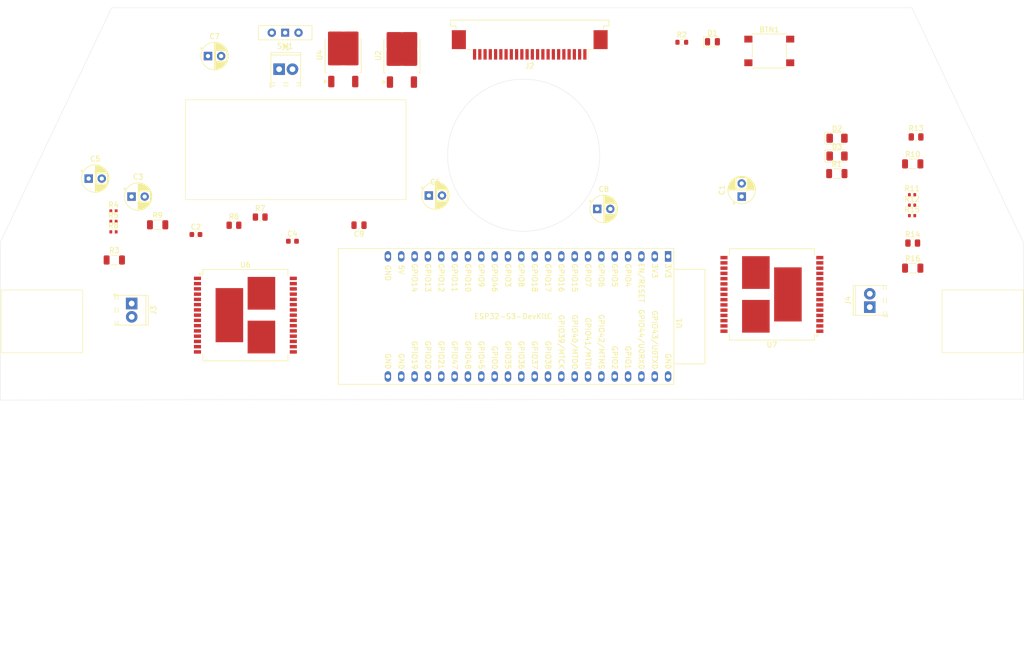
<source format=kicad_pcb>
(kicad_pcb (version 20240108) (generator "pcbnew") (generator_version "8.0")
  (layers (0 "F.Cu" signal) (31 "B.Cu" signal) (34 "B.Paste" user) (35 "F.Paste" user) (36 "B.SilkS" user "B.Silkscreen") (37 "F.SilkS" user "F.Silkscreen") (38 "B.Mask" user) (39 "F.Mask" user) (44 "Edge.Cuts" user))
  (net 0 "")
  (net 1 "+5V")
  (net 2 "/CAL_BTN")
  (net 3 "+6V")
  (net 4 "GND")
  (net 5 "Net-(SW1-B)")
  (net 6 "Net-(D2-A)")
  (net 7 "Net-(D3-A)")
  (net 8 "Net-(D1-K)")
  (net 9 "/CAL_LED")
  (net 10 "Net-(J1-Pin_2)")
  (net 11 "/L_OUTA")
  (net 12 "/R_OUTA")
  (net 13 "/R_OUTB")
  (net 14 "/L_SPEED")
  (net 15 "Net-(U6-INA)")
  (net 16 "/L_INA")
  (net 17 "Net-(U6-INB)")
  (net 18 "/L_INB")
  (net 19 "Net-(U6-EN{slash}DIAGA)")
  (net 20 "Net-(U6-EN{slash}DIAGB)")
  (net 21 "Net-(U6-PWM)")
  (net 22 "Net-(U6-CS)")
  (net 23 "/R_SPEED")
  (net 24 "/R_INA")
  (net 25 "Net-(U7-INA)")
  (net 26 "Net-(U7-INB)")
  (net 27 "/R_INB")
  (net 28 "Net-(U7-EN{slash}DIAGA)")
  (net 29 "Net-(U7-EN{slash}DIAGB)")
  (net 30 "Net-(U7-PWM)")
  (net 31 "Net-(U7-CS)")
  (net 32 "/QTR4")
  (net 33 "/EVEN")
  (net 35 "/QTR12")
  (net 36 "/QTR13")
  (net 38 "/ODD")
  (net 44 "/QTR6")
  (net 47 "/QTR3")
  (net 49 "/QTR2")
  (net 55 "/QTR5")
  (net 57 "/QTR9")
  (net 58 "/QTR8")
  (net 59 "/QTR7")
  (net 60 "/QTR1")
  (net 61 "/QTR10")
  (net 62 "/QTR11")
  (net 63 "/L_OUTB")
  (footprint "Capacitor_THT:CP_Radial_D5.0mm_P2.50mm" (layer "F.Cu") (at 196.85 86.6 90)
    (property "Reference" "C1" (at 1.25 -3.75 90) (layer "F.SilkS"))
    (property "Value" "47uF")
    (pad "1" thru_hole rect (at 0 0 90) (size 1.6 1.6) (drill 0.8) (layers "*.Cu" "*.Mask") (net 3 "+6V"))
    (pad "2" thru_hole circle (at 2.5 0 90) (size 1.6 1.6) (drill 0.8) (layers "*.Cu" "*.Mask") (net 4 "GND"))
  )
  (footprint "Resistor_SMD:R_0402_1005Metric" (layer "F.Cu") (at 229.29 88.235)
    (property "Reference" "R12" (at 0 -1.17 0) (layer "F.SilkS"))
    (property "Value" "1K")
    (pad "1" smd roundrect (at -0.51 0) (size 0.54 0.64) (layers "F.Cu" "F.Paste" "F.Mask") (net 27 "/R_INB"))
    (pad "2" smd roundrect (at 0.51 0) (size 0.54 0.64) (layers "F.Cu" "F.Paste" "F.Mask") (net 26 "Net-(U7-INB)"))
  )
  (footprint "Diode_SMD:D_1206_3216Metric" (layer "F.Cu") (at 215.0025 75.495)
    (property "Reference" "D2" (at 0 -1.82 0) (layer "F.SilkS"))
    (property "Value" "D")
    (pad "1" smd roundrect (at -1.4 0) (size 1.25 1.75) (layers "F.Cu" "F.Paste" "F.Mask") (roundrect_rratio 0.2) (net 1 "+5V"))
    (pad "2" smd roundrect (at 1.4 0) (size 1.25 1.75) (layers "F.Cu" "F.Paste" "F.Mask") (roundrect_rratio 0.2) (net 6 "Net-(D2-A)"))
  )
  (footprint "Capacitor_THT:CP_Radial_D5.0mm_P2.50mm" (layer "F.Cu") (at 137.294888 86.4)
    (property "Reference" "C6" (at 1.25 -2.58 0) (layer "F.SilkS"))
    (property "Value" "22uF")
    (pad "1" thru_hole rect (at 0 0) (size 1.6 1.6) (drill 0.8) (layers "*.Cu" "*.Mask") (net 6 "Net-(D2-A)"))
    (pad "2" thru_hole circle (at 2.5 0) (size 1.6 1.6) (drill 0.8) (layers "*.Cu" "*.Mask") (net 4 "GND"))
  )
  (footprint "Capacitor_THT:CP_Radial_D5.0mm_P2.50mm" (layer "F.Cu") (at 80.694888 86.6)
    (property "Reference" "C3" (at 1.25 -3.75 0) (layer "F.SilkS"))
    (property "Value" "47uF")
    (pad "1" thru_hole rect (at 0 0) (size 1.6 1.6) (drill 0.8) (layers "*.Cu" "*.Mask") (net 3 "+6V"))
    (pad "2" thru_hole circle (at 2.5 0) (size 1.6 1.6) (drill 0.8) (layers "*.Cu" "*.Mask") (net 4 "GND"))
  )
  (footprint "Resistor_SMD:R_0402_1005Metric" (layer "F.Cu") (at 77.26 93.32)
    (property "Reference" "R8" (at 0 -1.17 0) (layer "F.SilkS"))
    (property "Value" "1K")
    (pad "1" smd roundrect (at -0.51 0) (size 0.54 0.64) (layers "F.Cu" "F.Paste" "F.Mask") (net 14 "/L_SPEED"))
    (pad "2" smd roundrect (at 0.51 0) (size 0.54 0.64) (layers "F.Cu" "F.Paste" "F.Mask") (net 21 "Net-(U6-PWM)"))
  )
  (footprint "Resistor_SMD:R_0402_1005Metric" (layer "F.Cu") (at 77.26 91.33)
    (property "Reference" "R5" (at 0 -1.17 0) (layer "F.SilkS"))
    (property "Value" "1K")
    (pad "1" smd roundrect (at -0.51 0) (size 0.54 0.64) (layers "F.Cu" "F.Paste" "F.Mask") (net 18 "/L_INB"))
    (pad "2" smd roundrect (at 0.51 0) (size 0.54 0.64) (layers "F.Cu" "F.Paste" "F.Mask") (net 17 "Net-(U6-INB)"))
  )
  (footprint "Resistor_SMD:R_0603_1608Metric" (layer "F.Cu") (at 185.45 57.225)
    (property "Reference" "R2" (at 0 -1.43 0) (layer "F.SilkS"))
    (property "Value" "220")
    (pad "1" smd roundrect (at -0.825 0) (size 0.8 0.95) (layers "F.Cu" "F.Paste" "F.Mask") (net 8 "Net-(D1-K)"))
    (pad "2" smd roundrect (at 0.825 0) (size 0.8 0.95) (layers "F.Cu" "F.Paste" "F.Mask") (net 4 "GND"))
  )
  (footprint "TerminalBlock_Phoenix:TerminalBlock_Phoenix_MPT-0,5-2-2.54_1x02_P2.54mm_Horizontal" (layer "F.Cu") (at 108.79 62.35)
    (property "Reference" "J1" (at 1.27 -4.16 360) (layer "F.SilkS"))
    (property "Value" "7.4 V BAT")
    (pad "" np_thru_hole circle (at 0 2.54) (size 1.1 1.1) (drill 1.1) (layers "*.Cu" "*.Mask"))
    (pad "" np_thru_hole circle (at 2.54 2.54) (size 1.1 1.1) (drill 1.1) (layers "*.Cu" "*.Mask"))
    (pad "1" thru_hole rect (at 0 0) (size 2.2 2.2) (drill 1.1) (layers "*.Cu" "*.Mask") (net 4 "GND"))
    (pad "2" thru_hole circle (at 2.54 0) (size 2.2 2.2) (drill 1.1) (layers "*.Cu" "*.Mask") (net 10 "Net-(J1-Pin_2)"))
  )
  (footprint "Resistor_SMD:R_0402_1005Metric" (layer "F.Cu") (at 229.29 90.225)
    (property "Reference" "R15" (at 0 -1.17 0) (layer "F.SilkS"))
    (property "Value" "1K")
    (pad "1" smd roundrect (at -0.51 0) (size 0.54 0.64) (layers "F.Cu" "F.Paste" "F.Mask") (net 23 "/R_SPEED"))
    (pad "2" smd roundrect (at 0.51 0) (size 0.54 0.64) (layers "F.Cu" "F.Paste" "F.Mask") (net 30 "Net-(U7-PWM)"))
  )
  (footprint "Resistor_SMD:R_1206_3216Metric" (layer "F.Cu") (at 229.4125 80.375)
    (property "Reference" "R10" (at 0 -1.82 0) (layer "F.SilkS"))
    (property "Value" "10K")
    (pad "1" smd roundrect (at -1.4625 0) (size 1.125 1.75) (layers "F.Cu" "F.Paste" "F.Mask") (roundrect_rratio 0.222222) (net 23 "/R_SPEED"))
    (pad "2" smd roundrect (at 1.4625 0) (size 1.125 1.75) (layers "F.Cu" "F.Paste" "F.Mask") (roundrect_rratio 0.222222) (net 4 "GND"))
  )
  (footprint "Resistor_SMD:R_1206_3216Metric" (layer "F.Cu") (at 229.4125 100.225)
    (property "Reference" "R16" (at 0 -1.82 0) (layer "F.SilkS"))
    (property "Value" "10K")
    (pad "1" smd roundrect (at -1.4625 0) (size 1.125 1.75) (layers "F.Cu" "F.Paste" "F.Mask") (roundrect_rratio 0.222222) (net 31 "Net-(U7-CS)"))
    (pad "2" smd roundrect (at 1.4625 0) (size 1.125 1.75) (layers "F.Cu" "F.Paste" "F.Mask") (roundrect_rratio 0.222222) (net 4 "GND"))
  )
  (footprint "Capacitor_SMD:C_0603_1608Metric" (layer "F.Cu") (at 111.325 95.1)
    (property "Reference" "C4" (at 0 -1.43 0) (layer "F.SilkS"))
    (property "Value" "0.1uF")
    (pad "1" smd roundrect (at -0.775 0) (size 0.9 0.95) (layers "F.Cu" "F.Paste" "F.Mask") (net 3 "+6V"))
    (pad "2" smd roundrect (at 0.775 0) (size 0.9 0.95) (layers "F.Cu" "F.Paste" "F.Mask") (net 4 "GND"))
  )
  (footprint "Package_TO_SOT_SMD:TO-252-2" (layer "F.Cu") (at 132.17 59.76 90)
    (property "Reference" "U2" (at 0 -4.5 90) (layer "F.SilkS"))
    (property "Value" "L7805")
    (pad "1" smd roundrect (at -5.04 -2.28 90) (size 2.2 1.2) (layers "F.Cu" "F.Paste" "F.Mask") (roundrect_rratio 0.208333) (net 5 "Net-(SW1-B)"))
    (pad "2" smd roundrect (at -0.415 -1.525 90) (size 3.05 2.75) (layers "F.Cu" "F.Paste") (roundrect_rratio 0.090909) (net 4 "GND"))
    (pad "2" smd roundrect (at -0.415 1.525 90) (size 3.05 2.75) (layers "F.Cu" "F.Paste") (roundrect_rratio 0.090909) (net 4 "GND"))
    (pad "2" smd roundrect (at 1.26 0 90) (size 6.4 5.8) (layers "F.Cu" "F.Mask") (roundrect_rratio 0.043103) (net 4 "GND"))
    (pad "2" smd roundrect (at 2.935 -1.525 90) (size 3.05 2.75) (layers "F.Cu" "F.Paste") (roundrect_rratio 0.090909) (net 4 "GND"))
    (pad "2" smd roundrect (at 2.935 1.525 90) (size 3.05 2.75) (layers "F.Cu" "F.Paste") (roundrect_rratio 0.090909) (net 4 "GND"))
    (pad "3" smd roundrect (at -5.04 2.28 90) (size 2.2 1.2) (layers "F.Cu" "F.Paste" "F.Mask") (roundrect_rratio 0.208333) (net 6 "Net-(D2-A)"))
  )
  (footprint "Capacitor_SMD:C_0805_2012Metric" (layer "F.Cu") (at 124 92.045 180)
    (property "Reference" "C9" (at 0 -1.68 360) (layer "F.SilkS"))
    (property "Value" "C")
    (pad "1" smd roundrect (at -0.95 0 180) (size 1 1.45) (layers "F.Cu" "F.Paste" "F.Mask") (net 1 "+5V"))
    (pad "2" smd roundrect (at 0.95 0 180) (size 1 1.45) (layers "F.Cu" "F.Paste" "F.Mask") (net 4 "GND"))
  )
  (footprint "Resistor_SMD:R_0402_1005Metric" (layer "F.Cu") (at 77.26 89.34)
    (property "Reference" "R4" (at 0 -1.17 0) (layer "F.SilkS"))
    (property "Value" "1K")
    (pad "1" smd roundrect (at -0.51 0) (size 0.54 0.64) (layers "F.Cu" "F.Paste" "F.Mask") (net 16 "/L_INA"))
    (pad "2" smd roundrect (at 0.51 0) (size 0.54 0.64) (layers "F.Cu" "F.Paste" "F.Mask") (net 15 "Net-(U6-INA)"))
  )
  (footprint "Resistor_SMD:R_0805_2012Metric" (layer "F.Cu") (at 229.4125 95.45)
    (property "Reference" "R14" (at 0 -1.65 0) (layer "F.SilkS"))
    (property "Value" "4.7K")
    (pad "1" smd roundrect (at -0.9125 0) (size 1.025 1.4) (layers "F.Cu" "F.Paste" "F.Mask") (roundrect_rratio 0.243902) (net 29 "Net-(U7-EN{slash}DIAGB)"))
    (pad "2" smd roundrect (at 0.9125 0) (size 1.025 1.4) (layers "F.Cu" "F.Paste" "F.Mask") (roundrect_rratio 0.243902) (net 1 "+5V"))
  )
  (footprint "TerminalBlock_Phoenix:TerminalBlock_Phoenix_MPT-0,5-2-2.54_1x02_P2.54mm_Horizontal" (layer "F.Cu") (at 80.725 106.96 -90)
    (property "Reference" "J3" (at 1.27 -4.16 90) (layer "F.SilkS"))
    (property "Value" "MotorA")
    (pad "" np_thru_hole circle (at 0 2.54 270) (size 1.1 1.1) (drill 1.1) (layers "*.Cu" "*.Mask"))
    (pad "" np_thru_hole circle (at 2.54 2.54 270) (size 1.1 1.1) (drill 1.1) (layers "*.Cu" "*.Mask"))
    (pad "1" thru_hole rect (at 0 0 270) (size 2.2 2.2) (drill 1.1) (layers "*.Cu" "*.Mask") (net 11 "/L_OUTA"))
    (pad "2" thru_hole circle (at 2.54 0 270) (size 2.2 2.2) (drill 1.1) (layers "*.Cu" "*.Mask") (net 11 "/L_OUTA"))
  )
  (footprint "Resistor_SMD:R_0805_2012Metric" (layer "F.Cu") (at 105.1875 90.5)
    (property "Reference" "R7" (at 0 -1.65 0) (layer "F.SilkS"))
    (property "Value" "4.7K")
    (pad "1" smd roundrect (at -0.9125 0) (size 1.025 1.4) (layers "F.Cu" "F.Paste" "F.Mask") (roundrect_rratio 0.243902) (net 20 "Net-(U6-EN{slash}DIAGB)"))
    (pad "2" smd roundrect (at 0.9125 0) (size 1.025 1.4) (layers "F.Cu" "F.Paste" "F.Mask") (roundrect_rratio 0.243902) (net 1 "+5V"))
  )
  (footprint "Resistor_SMD:R_1206_3216Metric" (layer "F.Cu") (at 214.9625 82.225)
    (property "Reference" "R1" (at 0 -1.82 0) (layer "F.SilkS"))
    (property "Value" "10K")
    (pad "1" smd roundrect (at -1.4625 0) (size 1.125 1.75) (layers "F.Cu" "F.Paste" "F.Mask") (roundrect_rratio 0.222222) (net 4 "GND"))
    (pad "2" smd roundrect (at 1.4625 0) (size 1.125 1.75) (layers "F.Cu" "F.Paste" "F.Mask") (roundrect_rratio 0.222222) (net 2 "/CAL_BTN"))
  )
  (footprint "Resistor_SMD:R_0402_1005Metric" (layer "F.Cu") (at 229.29 86.245)
    (property "Reference" "R11" (at 0 -1.17 0) (layer "F.SilkS"))
    (property "Value" "1K")
    (pad "1" smd roundrect (at -0.51 0) (size 0.54 0.64) (layers "F.Cu" "F.Paste" "F.Mask") (net 24 "/R_INA"))
    (pad "2" smd roundrect (at 0.51 0) (size 0.54 0.64) (layers "F.Cu" "F.Paste" "F.Mask") (net 25 "Net-(U7-INA)"))
  )
  (footprint "Package_SO:ST_MultiPowerSO-30" (layer "F.Cu") (at 202.6 105.225 180)
    (property "Reference" "U7" (at 0 -9.6 360) (layer "F.SilkS"))
    (property "Value" "VNH5019A-E")
    (pad "1" smd rect (at -9.125 -7 90) (size 0.66 1.35) (layers "F.Cu" "F.Paste" "F.Mask") (net 12 "/R_OUTA"))
    (pad "2" smd rect (at -9.125 -6 90) (size 0.66 1.35) (layers "F.Cu" "F.Paste" "F.Mask"))
    (pad "3" smd rect (at -9.125 -5 90) (size 0.66 1.35) (layers "F.Cu" "F.Paste" "F.Mask") (net 3 "+6V"))
    (pad "4" smd rect (at -9.125 -4 90) (size 0.66 1.35) (layers "F.Cu" "F.Paste" "F.Mask") (net 25 "Net-(U7-INA)"))
    (pad "5" smd rect (at -9.125 -3 90) (size 0.66 1.35) (layers "F.Cu" "F.Paste" "F.Mask") (net 28 "Net-(U7-EN{slash}DIAGA)"))
    (pad "6" smd rect (at -9.125 -2 90) (size 0.66 1.35) (layers "F.Cu" "F.Paste" "F.Mask"))
    (pad "7" smd rect (at -9.125 -1 90) (size 0.66 1.35) (layers "F.Cu" "F.Paste" "F.Mask") (net 30 "Net-(U7-PWM)"))
    (pad "8" smd rect (at -9.125 0 90) (size 0.66 1.35) (layers "F.Cu" "F.Paste" "F.Mask") (net 31 "Net-(U7-CS)"))
    (pad "9" smd rect (at -9.125 1 90) (size 0.66 1.35) (layers "F.Cu" "F.Paste" "F.Mask") (net 29 "Net-(U7-EN{slash}DIAGB)"))
    (pad "10" smd rect (at -9.125 2 90) (size 0.66 1.35) (layers "F.Cu" "F.Paste" "F.Mask") (net 26 "Net-(U7-INB)"))
    (pad "11" smd rect (at -9.125 3 90) (size 0.66 1.35) (layers "F.Cu" "F.Paste" "F.Mask"))
    (pad "12" smd rect (at -9.125 4 90) (size 0.66 1.35) (layers "F.Cu" "F.Paste" "F.Mask") (net 3 "+6V"))
    (pad "13" smd rect (at -9.125 5 90) (size 0.66 1.35) (layers "F.Cu" "F.Paste" "F.Mask") (net 3 "+6V"))
    (pad "14" smd rect (at -9.125 6 90) (size 0.66 1.35) (layers "F.Cu" "F.Paste" "F.Mask"))
    (pad "15" smd rect (at -9.125 7 90) (size 0.66 1.35) (layers "F.Cu" "F.Paste" "F.Mask") (net 13 "/R_OUTB"))
    (pad "16" smd rect (at 9.125 7 90) (size 0.66 1.35) (layers "F.Cu" "F.Paste" "F.Mask") (net 13 "/R_OUTB"))
    (pad "17" smd rect (at 9.125 6 90) (size 0.66 1.35) (layers "F.Cu" "F.Paste" "F.Mask"))
    (pad "18" smd rect (at 9.125 5 90) (size 0.66 1.35) (layers "F.Cu" "F.Paste" "F.Mask") (net 4 "GND"))
    (pad "19" smd rect (at 9.125 4 90) (size 0.66 1.35) (layers "F.Cu" "F.Paste" "F.Mask") (net 4 "GND"))
    (pad "20" smd rect (at 9.125 3 90) (size 0.66 1.35) (layers "F.Cu" "F.Paste" "F.Mask") (net 4 "GND"))
    (pad "21" smd rect (at 9.125 2 90) (size 0.66 1.35) (layers "F.Cu" "F.Paste" "F.Mask") (net 13 "/R_OUTB"))
    (pad "22" smd rect (at 9.125 1 90) (size 0.66 1.35) (layers "F.Cu" "F.Paste" "F.Mask"))
    (pad "23" smd rect (at 9.125 0 90) (size 0.66 1.35) (layers "F.Cu" "F.Paste" "F.Mask") (net 3 "+6V"))
    (pad "24" smd rect (at 9.125 -1 90) (size 0.66 1.35) (layers "F.Cu" "F.Paste" "F.Mask"))
    (pad "25" smd rect (at 9.125 -2 90) (size 0.66 1.35) (layers "F.Cu" "F.Paste" "F.Mask") (net 12 "/R_OUTA"))
    (pad "26" smd rect (at 9.125 -3 90) (size 0.66 1.35) (layers "F.Cu" "F.Paste" "F.Mask") (net 4 "GND"))
    (pad "27" smd rect (at 9.125 -4 90) (size 0.66 1.35) (layers "F.Cu" "F.Paste" "F.Mask") (net 4 "GND"))
    (pad "28" smd rect (at 9.125 -5 90) (size 0.66 1.35) (layers "F.Cu" "F.Paste" "F.Mask") (net 4 "GND"))
    (pad "29" smd rect (at 9.125 -6 90) (size 0.66 1.35) (layers "F.Cu" "F.Paste" "F.Mask"))
    (pad "30" smd rect (at 9.125 -7 90) (size 0.66 1.35) (layers "F.Cu" "F.Paste" "F.Mask") (net 12 "/R_OUTA"))
    (pad "31" smd rect (at -3.05 0 180) (size 5.25 10.3) (layers "F.Cu" "F.Paste" "F.Mask") (net 3 "+6V"))
    (pad "32" smd rect (at 3.05 4.165 180) (size 5.25 6.23) (layers "F.Cu" "F.Paste" "F.Mask") (net 13 "/R_OUTB"))
    (pad "33" smd rect (at 3.05 -4.165 180) (size 5.25 6.23) (layers "F.Cu" "F.Paste" "F.Mask") (net 12 "/R_OUTA"))
  )
  (footprint "TerminalBlock_Phoenix:TerminalBlock_Phoenix_MPT-0,5-2-2.54_1x02_P2.54mm_Horizontal" (layer "F.Cu") (at 221.235 107.65 90)
    (property "Reference" "J4" (at 1.27 -4.16 90) (layer "F.SilkS"))
    (property "Value" "Motor B")
    (pad "" np_thru_hole circle (at 0 2.54 90) (size 1.1 1.1) (drill 1.1) (layers "*.Cu" "*.Mask"))
    (pad "" np_thru_hole circle (at 2.54 2.54 90) (size 1.1 1.1) (drill 1.1) (layers "*.Cu" "*.Mask"))
    (pad "1" thru_hole rect (at 0 0 90) (size 2.2 2.2) (drill 1.1) (layers "*.Cu" "*.Mask") (net 12 "/R_OUTA"))
    (pad "2" thru_hole circle (at 2.54 0 90) (size 2.2 2.2) (drill 1.1) (layers "*.Cu" "*.Mask") (net 13 "/R_OUTB"))
  )
  (footprint "Button_Switch_SMD:SW_SPST_PTS645" (layer "F.Cu") (at 202.105 58.875)
    (property "Reference" "BTN1" (at 0 -4.05 0) (layer "F.SilkS"))
    (property "Value" "C_BTN")
    (pad "1" smd rect (at -3.98 -2.25) (size 1.55 1.3) (layers "F.Cu" "F.Paste" "F.Mask") (net 1 "+5V"))
    (pad "1" smd rect (at 3.98 -2.25) (size 1.55 1.3) (layers "F.Cu" "F.Paste" "F.Mask") (net 1 "+5V"))
    (pad "2" smd rect (at -3.98 2.25) (size 1.55 1.3) (layers "F.Cu" "F.Paste" "F.Mask") (net 2 "/CAL_BTN"))
    (pad "2" smd rect (at 3.98 2.25) (size 1.55 1.3) (layers "F.Cu" "F.Paste" "F.Mask") (net 2 "/CAL_BTN"))
  )
  (footprint "Package_TO_SOT_SMD:TO-252-2" (layer "F.Cu") (at 120.9975 59.66 90)
    (property "Reference" "U4" (at 0 -4.5 90) (layer "F.SilkS"))
    (property "Value" "L7806")
    (pad "1" smd roundrect (at -5.04 -2.28 90) (size 2.2 1.2) (layers "F.Cu" "F.Paste" "F.Mask") (roundrect_rratio 0.208333) (net 5 "Net-(SW1-B)"))
    (pad "2" smd roundrect (at -0.415 -1.525 90) (size 3.05 2.75) (layers "F.Cu" "F.Paste") (roundrect_rratio 0.090909) (net 4 "GND"))
    (pad "2" smd roundrect (at -0.415 1.525 90) (size 3.05 2.75) (layers "F.Cu" "F.Paste") (roundrect_rratio 0.090909) (net 4 "GND"))
    (pad "2" smd roundrect (at 1.26 0 90) (size 6.4 5.8) (layers "F.Cu" "F.Mask") (roundrect_rratio 0.043103) (net 4 "GND"))
    (pad "2" smd roundrect (at 2.935 -1.525 90) (size 3.05 2.75) (layers "F.Cu" "F.Paste") (roundrect_rratio 0.090909) (net 4 "GND"))
    (pad "2" smd roundrect (at 2.935 1.525 90) (size 3.05 2.75) (layers "F.Cu" "F.Paste") (roundrect_rratio 0.090909) (net 4 "GND"))
    (pad "3" smd roundrect (at -5.04 2.28 90) (size 2.2 1.2) (layers "F.Cu" "F.Paste" "F.Mask") (roundrect_rratio 0.208333) (net 7 "Net-(D3-A)"))
  )
  (footprint "Package_SO:ST_MultiPowerSO-30" (layer "F.Cu") (at 102.37 109.175)
    (property "Reference" "U6" (at 0 -9.6 0) (layer "F.SilkS"))
    (property "Value" "VNH5019A-E")
    (pad "1" smd rect (at -9.125 -7 270) (size 0.66 1.35) (layers "F.Cu" "F.Paste" "F.Mask") (net 11 "/L_OUTA"))
    (pad "2" smd rect (at -9.125 -6 270) (size 0.66 1.35) (layers "F.Cu" "F.Paste" "F.Mask"))
    (pad "3" smd rect (at -9.125 -5 270) (size 0.66 1.35) (layers "F.Cu" "F.Paste" "F.Mask") (net 3 "+6V"))
    (pad "4" smd rect (at -9.125 -4 270) (size 0.66 1.35) (layers "F.Cu" "F.Paste" "F.Mask") (net 15 "Net-(U6-INA)"))
    (pad "5" smd rect (at -9.125 -3 270) (size 0.66 1.35) (layers "F.Cu" "F.Paste" "F.Mask") (net 19 "Net-(U6-EN{slash}DIAGA)"))
    (pad "6" smd rect (at -9.125 -2 270) (size 0.66 1.35) (layers "F.Cu" "F.Paste" "F.Mask"))
    (pad "7" smd rect (at -9.125 -1 270) (size 0.66 1.35) (layers "F.Cu" "F.Paste" "F.Mask") (net 21 "Net-(U6-PWM)"))
    (pad "8" smd rect (at -9.125 0 270) (size 0.66 1.35) (layers "F.Cu" "F.Paste" "F.Mask") (net 22 "Net-(U6-CS)"))
    (pad "9" smd rect (at -9.125 1 270) (size 0.66 1.35) (layers "F.Cu" "F.Paste" "F.Mask") (net 20 "Net-(U6-EN{slash}DIAGB)"))
    (pad "10" smd rect (at -9.125 2 270) (size 0.66 1.35) (layers "F.Cu" "F.Paste" "F.Mask") (net 17 "Net-(U6-INB)"))
    (pad "11" smd rect (at -9.125 3 270) (size 0.66 1.35) (layers "F.Cu" "F.Paste" "F.Mask"))
    (pad "12" smd rect (at -9.125 4 270) (size 0.66 1.35) (layers "F.Cu" "F.Paste" "F.Mask") (net 3 "+6V"))
    (pad "13" smd rect (at -9.125 5 270) (size 0.66 1.35) (layers "F.Cu" "F.Paste" "F.Mask") (net 3 "+6V"))
    (pad "14" smd rect (at -9.125 6 270) (size 0.66 1.35) (layers "F.Cu" "F.Paste" "F.Mask"))
    (pad "15" smd rect (at -9.125 7 270) (size 0.66 1.35) (layers "F.Cu" "F.Paste" "F.Mask") (net 63 "/L_OUTB"))
    (pad "16" smd rect (at 9.125 7 270) (size 0.66 1.35) (layers "F.Cu" "F.Paste" "F.Mask") (net 63 "/L_OUTB"))
    (pad "17" smd rect (at 9.125 6 270) (size 0.66 1.35) (layers "F.Cu" "F.Paste" "F.Mask"))
    (pad "18" smd rect (at 9.125 5 270) (size 0.66 1.35) (layers "F.Cu" "F.Paste" "F.Mask") (net 4 "GND"))
    (pad "19" smd rect (at 9.125 4 270) (size 0.66 1.35) (layers "F.Cu" "F.Paste" "F.Mask") (net 4 "GND"))
    (pad "20" smd rect (at 9.125 3 270) (size 0.66 1.35) (layers "F.Cu" "F.Paste" "F.Mask") (net 4 "GND"))
    (pad "21" smd rect (at 9.125 2 270) (size 0.66 1.35) (layers "F.Cu" "F.Paste" "F.Mask") (net 63 "/L_OUTB"))
    (pad "22" smd rect (at 9.125 1 270) (size 0.66 1.35) (layers "F.Cu" "F.Paste" "F.Mask"))
    (pad "23" smd rect (at 9.125 0 270) (size 0.66 1.35) (layers "F.Cu" "F.Paste" "F.Mask") (net 3 "+6V"))
    (pad "24" smd rect (at 9.125 -1 270) (size 0.66 1.35) (layers "F.Cu" "F.Paste" "F.Mask"))
    (pad "25" smd rect (at 9.125 -2 270) (size 0.66 1.35) (layers "F.Cu" "F.Paste" "F.Mask") (net 11 "/L_OUTA"))
    (pad "26" smd rect (at 9.125 -3 270) (size 0.66 1.35) (layers "F.Cu" "F.Paste" "F.Mask") (net 4 "GND"))
    (pad "27" smd rect (at 9.125 -4 270) (size 0.66 1.35) (layers "F.Cu" "F.Paste" "F.Mask") (net 4 "GND"))
    (pad "28" smd rect (at 9.125 -5 270) (size 0.66 1.35) (layers "F.Cu" "F.Paste" "F.Mask") (net 4 "GND"))
    (pad "29" smd rect (at 9.125 -6 270) (size 0.66 1.35) (layers "F.Cu" "F.Paste" "F.Mask"))
    (pad "30" smd rect (at 9.125 -7 270) (size 0.66 1.35) (layers "F.Cu" "F.Paste" "F.Mask") (net 11 "/L_OUTA"))
    (pad "31" smd rect (at -3.05 0) (size 5.25 10.3) (layers "F.Cu" "F.Paste" "F.Mask") (net 3 "+6V"))
    (pad "32" smd rect (at 3.05 4.165) (size 5.25 6.23) (layers "F.Cu" "F.Paste" "F.Mask") (net 63 "/L_OUTB"))
    (pad "33" smd rect (at 3.05 -4.165) (size 5.25 6.23) (layers "F.Cu" "F.Paste" "F.Mask") (net 11 "/L_OUTA"))
  )
  (footprint "LED_SMD:LED_0805_2012Metric" (layer "F.Cu") (at 191.2875 57.125)
    (property "Reference" "D1" (at 0 -1.65 0) (layer "F.SilkS"))
    (property "Value" "C_LED")
    (pad "1" smd roundrect (at -0.9375 0) (size 0.975 1.4) (layers "F.Cu" "F.Paste" "F.Mask") (net 8 "Net-(D1-K)"))
    (pad "2" smd roundrect (at 0.9375 0) (size 0.975 1.4) (layers "F.Cu" "F.Paste" "F.Mask") (net 9 "/CAL_LED"))
  )
  (footprint "Capacitor_THT:CP_Radial_D5.0mm_P2.50mm" (layer "F.Cu") (at 169.344888 88.95)
    (property "Reference" "C8" (at 1.25 -3.75 0) (layer "F.SilkS"))
    (property "Value" "22uF")
    (pad "1" thru_hole rect (at 0 0) (size 1.6 1.6) (drill 0.8) (layers "*.Cu" "*.Mask") (net 7 "Net-(D3-A)"))
    (pad "2" thru_hole circle (at 2.5 0) (size 1.6 1.6) (drill 0.8) (layers "*.Cu" "*.Mask") (net 4 "GND"))
  )
  (footprint "Diode_SMD:D_1206_3216Metric" (layer "F.Cu") (at 215.0025 78.885)
    (property "Reference" "D3" (at 0 -1.82 0) (layer "F.SilkS"))
    (property "Value" "D")
    (pad "1" smd roundrect (at -1.4 0) (size 1.25 1.75) (layers "F.Cu" "F.Paste" "F.Mask") (roundrect_rratio 0.2) (net 3 "+6V"))
    (pad "2" smd roundrect (at 1.4 0) (size 1.25 1.75) (layers "F.Cu" "F.Paste" "F.Mask") (roundrect_rratio 0.2) (net 7 "Net-(D3-A)"))
  )
  (footprint "Resistor_SMD:R_1206_3216Metric" (layer "F.Cu") (at 85.6625 91.97)
    (property "Reference" "R9" (at 0 -1.82 0) (layer "F.SilkS"))
    (property "Value" "10K")
    (pad "1" smd roundrect (at -1.4625 0) (size 1.125 1.75) (layers "F.Cu" "F.Paste" "F.Mask") (roundrect_rratio 0.222222) (net 22 "Net-(U6-CS)"))
    (pad "2" smd roundrect (at 1.4625 0) (size 1.125 1.75) (layers "F.Cu" "F.Paste" "F.Mask") (roundrect_rratio 0.222222) (net 4 "GND"))
  )
  (footprint "Connector_FFC-FPC:TE_2-84952-2_1x22-1MP_P1.0mm_Horizontal" (layer "F.Cu") (at 156.5 57.725 180)
    (property "Reference" "J2" (at 0 -4 360) (layer "F.SilkS"))
    (property "Value" "Conn_02x11_Counter_Clockwise")
    (pad "1" smd rect (at -10.5 -1.8 180) (size 0.61 2) (layers "F.Cu" "F.Paste" "F.Mask") (net 4 "GND"))
    (pad "2" smd rect (at -9.5 -1.8 180) (size 0.61 2) (layers "F.Cu" "F.Paste" "F.Mask") (net 1 "+5V"))
    (pad "3" smd rect (at -8.5 -1.8 180) (size 0.61 2) (layers "F.Cu" "F.Paste" "F.Mask") (net 35 "/QTR12"))
    (pad "4" smd rect (at -7.5 -1.8 180) (size 0.61 2) (layers "F.Cu" "F.Paste" "F.Mask") (net 61 "/QTR10"))
    (pad "5" smd rect (at -6.5 -1.8 180) (size 0.61 2) (layers "F.Cu" "F.Paste" "F.Mask") (net 58 "/QTR8"))
    (pad "6" smd rect (at -5.5 -1.8 180) (size 0.61 2) (layers "F.Cu" "F.Paste" "F.Mask") (net 44 "/QTR6"))
    (pad "7" smd rect (at -4.5 -1.8 180) (size 0.61 2) (layers "F.Cu" "F.Paste" "F.Mask") (net 32 "/QTR4"))
    (pad "8" smd rect (at -3.5 -1.8 180) (size 0.61 2) (layers "F.Cu" "F.Paste" "F.Mask") (net 49 "/QTR2"))
    (pad "9" smd rect (at -2.5 -1.8 180) (size 0.61 2) (layers "F.Cu" "F.Paste" "F.Mask") (net 33 "/EVEN"))
    (pad "10" smd rect (at -1.5 -1.8 180) (size 0.61 2) (layers "F.Cu" "F.Paste" "F.Mask") (net 1 "+5V"))
    (pad "11" smd rect (at -0.5 -1.8 180) (size 0.61 2) (layers "F.Cu" "F.Paste" "F.Mask") (net 4 "GND"))
    (pad "12" smd rect (at 0.5 -1.8 180) (size 0.61 2) (layers "F.Cu" "F.Paste" "F.Mask") (net 4 "GND"))
    (pad "13" smd rect (at 1.5 -1.8 180) (size 0.61 2) (layers "F.Cu" "F.Paste" "F.Mask") (net 1 "+5V"))
    (pad "14" smd rect (at 2.5 -1.8 180) (size 0.61 2) (layers "F.Cu" "F.Paste" "F.Mask") (net 38 "/ODD"))
    (pad "15" smd rect (at 3.5 -1.8 180) (size 0.61 2) (layers "F.Cu" "F.Paste" "F.Mask") (net 60 "/QTR1"))
    (pad "16" smd rect (at 4.5 -1.8 180) (size 0.61 2) (layers "F.Cu" "F.Paste" "F.Mask") (net 47 "/QTR3"))
    (pad "17" smd rect (at 5.5 -1.8 180) (size 0.61 2) (layers "F.Cu" "F.Paste" "F.Mask") (net 55 "/QTR5"))
    (pad "18" smd rect (at 6.5 -1.8 180) (size 0.61 2) (layers "F.Cu" "F.Paste" "F.Mask") (net 59 "/QTR7"))
    (pad "19" smd rect (at 7.5 -1.8 180) (size 0.61 2) (layers "F.Cu" "F.Paste" "F.Mask") (net 57 "/QTR9"))
    (pad "20" smd rect (at 8.5 -1.8 180) (size 0.61 2) (layers "F.Cu" "F.Paste" "F.Mask") (net 62 "/QTR11"))
    (pad "21" smd rect (at 9.5 -1.8 180) (size 0.61 2) (layers "F.Cu" "F.Paste" "F.Mask") (net 36 "/QTR13"))
    (pad "22" smd rect (at 10.5 -1.8 180) (size 0.61 2) (layers "F.Cu" "F.Paste" "F.Mask") (net 4 "GND"))
    (pad "MP" smd rect (at -13.49 1 180) (size 2.68 3.6) (layers "F.Cu" "F.Paste" "F.Mask"))
    (pad "MP" smd rect (at 13.49 1 180) (size 2.68 3.6) (layers "F.Cu" "F.Paste" "F.Mask"))
  )
  (footprint "Capacitor_THT:CP_Radial_D5.0mm_P2.50mm" (layer "F.Cu") (at 95.25 59.85)
    (property "Reference" "C7" (at 1.25 -3.75 0) (layer "F.SilkS"))
    (property "Value" "22uF")
    (pad "1" thru_hole rect (at 0 0) (size 1.6 1.6) (drill 0.8) (layers "*.Cu" "*.Mask") (net 5 "Net-(SW1-B)"))
    (pad "2" thru_hole circle (at 2.5 0) (size 1.6 1.6) (drill 0.8) (layers "*.Cu" "*.Mask") (net 4 "GND"))
  )
  (footprint "Resistor_SMD:R_0805_2012Metric" (layer "F.Cu") (at 100.192612 92.055)
    (property "Reference" "R6" (at 0 -1.65 0) (layer "F.SilkS"))
    (property "Value" "4.7K")
    (pad "1" smd roundrect (at -0.9125 0) (size 1.025 1.4) (layers "F.Cu" "F.Paste" "F.Mask") (roundrect_rratio 0.243902) (net 19 "Net-(U6-EN{slash}DIAGA)"))
    (pad "2" smd roundrect (at 0.9125 0) (size 1.025 1.4) (layers "F.Cu" "F.Paste" "F.Mask") (roundrect_rratio 0.243902) (net 1 "+5V"))
  )
  (footprint "Capacitor_THT:CP_Radial_D5.0mm_P2.50mm" (layer "F.Cu") (at 72.530112 83.175)
    (property "Reference" "C5" (at 1.25 -3.75 0) (layer "F.SilkS"))
    (property "Value" "22uF")
    (pad "1" thru_hole rect (at 0 0) (size 1.6 1.6) (drill 0.8) (layers "*.Cu" "*.Mask") (net 5 "Net-(SW1-B)"))
    (pad "2" thru_hole circle (at 2.5 0) (size 1.6 1.6) (drill 0.8) (layers "*.Cu" "*.Mask") (net 4 "GND"))
  )
  (footprint "Capacitor_SMD:C_0603_1608Metric" (layer "F.Cu") (at 92.95 93.82)
    (property "Reference" "C2" (at 0 -1.43 0) (layer "F.SilkS"))
    (property "Value" "0.1uF")
    (pad "1" smd roundrect (at -0.775 0) (size 0.9 0.95) (layers "F.Cu" "F.Paste" "F.Mask") (net 3 "+6V"))
    (pad "2" smd roundrect (at 0.775 0) (size 0.9 0.95) (layers "F.Cu" "F.Paste" "F.Mask") (net 4 "GND"))
  )
  (footprint "Button_Switch_THT:SW_Slide-03_Wuerth-WS-SLTV_10x2.5x6.4_P2.54mm" (layer "F.Cu") (at 109.94 55.4 180)
    (property "Reference" "SW1" (at 0 -2.54 360) (layer "F.SilkS"))
    (property "Value" "SW_Wuerth_450301014042")
    (pad "1" thru_hole rect (at 0 0 180) (size 1.5 1.5) (drill 0.8) (layers "*.Cu" "*.Mask") (net 5 "Net-(SW1-B)"))
    (pad "2" thru_hole circle (at -2.54 0 180) (size 1.6 1.6) (drill 0.8) (layers "*.Cu" "*.Mask") (net 10 "Net-(J1-Pin_2)"))
    (pad "3" thru_hole circle (at 2.54 0 180) (size 1.6 1.6) (drill 0.8) (layers "*.Cu" "*.Mask") (net 4 "GND"))
  )
  (footprint "PCM_Espressif:ESP32-S3-DevKitC" (layer "F.Cu") (at 182.84 97.99 -90)
    (property "Reference" "U1" (at 12.7 -2.1 90) (layer "F.SilkS"))
    (property "Value" "ESP32-S3-DevKitC" (at 11.42632 29.46128 360) (layer "F.SilkS"))
    (fp_text user "GPIO15" (at 1.27 17.78 -90) (layer "F.SilkS") (effects (justify left)))
    (fp_text user "GPIO14" (at 1.27 48.26 -90) (layer "F.SilkS") (effects (justify left)))
    (fp_text user "GPIO1" (at 21.59 7.62 -90) (layer "F.SilkS") (effects (justify right)))
    (fp_text user "3V3" (at 1.27 0 -90) (layer "F.SilkS") (effects (justify left)))
    (fp_text user "GPIO4" (at 1.27 7.62 -90) (layer "F.SilkS") (effects (justify left)))
    (fp_text user "GPIO44/U0RXD" (at 21.59 5.08 -90) (layer "F.SilkS") (effects (justify right)))
    (fp_text user "GPIO38" (at 21.59 22.86 -90) (layer "F.SilkS") (effects (justify right)))
    (fp_text user "GND" (at 21.59 53.34 -90) (layer "F.SilkS") (effects (justify right)))
    (fp_text user "GPIO17" (at 1.27 22.86 -90) (layer "F.SilkS") (effects (justify left)))
    (fp_text user "EN/RESET" (at 8.88632 5.07728 -90) (layer "F.SilkS") (effects (justify right)))
    (fp_text user "GPIO21" (at 21.59 43.18 -90) (layer "F.SilkS") (effects (justify right)))
    (fp_text user "GPIO35" (at 21.59 30.48 -90) (layer "F.SilkS") (effects (justify right)))
    (fp_text user "GPIO3" (at 1.27 30.48 -90) (layer "F.SilkS") (effects (justify left)))
    (fp_text user "GPIO48" (at 21.59 38.1 -90) (layer "F.SilkS") (effects (justify right)))
    (fp_text user "GPIO11" (at 1.27 40.64 -90) (layer "F.SilkS") (effects (justify left)))
    (fp_text user "GPIO39/MTCK" (at 21.59 20.32 -90) (layer "F.SilkS") (effects (justify right)))
    (fp_text user "3V3" (at 1.27 2.54 -90) (layer "F.SilkS") (effects (justify left)))
    (fp_text user "GPIO8" (at 1.27 27.94 -90) (layer "F.SilkS") (effects (justify left)))
    (fp_text user "GND" (at 21.59 0 -90) (layer "F.SilkS") (effects (justify right)))
    (fp_text user "GPIO16" (at 1.27 20.32 -90) (layer "F.SilkS") (effects (justify left)))
    (fp_text user "GPIO19" (at 21.59 48.26 -90) (layer "F.SilkS") (effects (justify right)))
    (fp_text user "GPIO5" (at 1.27 10.16 -90) (layer "F.SilkS") (effects (justify left)))
    (fp_text user "GPIO46" (at 1.27 33.02 -90) (layer "F.SilkS") (effects (justify left)))
    (fp_text user "GPIO37" (at 21.59 25.4 -90) (layer "F.SilkS") (effects (justify right)))
    (fp_text user "GPIO7" (at 1.27 15.24 -90) (layer "F.SilkS") (effects (justify left)))
    (fp_text user "GPIO0" (at 21.59 33.02 -90) (layer "F.SilkS") (effects (justify right)))
    (fp_text user "GPIO20" (at 21.59 45.72 -90) (layer "F.SilkS") (effects (justify right)))
    (fp_text user "GPIO18" (at 1.27 25.4 -90) (layer "F.SilkS") (effects (justify left)))
    (fp_text user "GPIO45" (at 21.59 35.56 -90) (layer "F.SilkS") (effects (justify right)))
    (fp_text user "GPIO10" (at 1.27 38.1 -90) (layer "F.SilkS") (effects (justify left)))
    (fp_text user "GPIO36" (at 21.59 27.94 -90) (layer "F.SilkS") (effects (justify right)))
    (fp_text user "GPIO2" (at 21.59 10.16 -90) (layer "F.SilkS") (effects (justify right)))
    (fp_text user "GPIO40/MTDO" (at 21.59 17.78 -90) (layer "F.SilkS") (effects (justify right)))
    (fp_text user "GPIO42/MTMS" (at 21.59 12.7 -90) (layer "F.SilkS") (effects (justify right)))
    (fp_text user "GPIO12" (at 1.27 43.18 -90) (layer "F.SilkS") (effects (justify left)))
    (fp_text user "GPIO43/U0TXD" (at 21.59 2.54 -90) (layer "F.SilkS") (effects (justify right)))
    (fp_text user "GPIO41/MTDI" (at 21.59 15.24 -90) (layer "F.SilkS") (effects (justify right)))
    (fp_text user "GPIO6" (at 1.27 12.7 -90) (layer "F.SilkS") (effects (justify left)))
    (fp_text user "GND" (at 1.52032 53.33728 -90) (layer "F.SilkS") (effects (justify left)))
    (fp_text user "GPIO9" (at 1.27 35.56 -90) (layer "F.SilkS") (effects (justify left)))
    (fp_text user "GPIO13" (at 1.27 45.72 -90) (layer "F.SilkS") (effects (justify left)))
    (fp_text user "GPIO47" (at 21.59 40.64 -90) (layer "F.SilkS") (effects (justify right)))
    (fp_text user "5V" (at 1.52032 50.79728 -90) (layer "F.SilkS") (effects (justify left)))
    (fp_text user "GND" (at 21.59 50.8 -90) (layer "F.SilkS") (effects (justify right)))
    (pad "1" thru_hole rect (at 0 0 180) (size 1.2 2) (drill 0.8) (layers "*.Cu" "*.Mask"))
    (pad "2" thru_hole oval (at 0 2.54 180) (size 1.2 2) (drill 0.8) (layers "*.Cu" "*.Mask"))
    (pad "3" thru_hole oval (at 0 5.08 180) (size 1.2 2) (drill 0.8) (layers "*.Cu" "*.Mask"))
    (pad "4" thru_hole oval (at 0 7.62 180) (size 1.2 2) (drill 0.8) (layers "*.Cu" "*.Mask") (net 27 "/R_INB"))
    (pad "5" thru_hole oval (at 0 10.16 180) (size 1.2 2) (drill 0.8) (layers "*.Cu" "*.Mask") (net 14 "/L_SPEED"))
    (pad "6" thru_hole oval (at 0 12.7 180) (size 1.2 2) (drill 0.8) (layers "*.Cu" "*.Mask") (net 16 "/L_INA"))
    (pad "7" thru_hole oval (at 0 15.24 180) (size 1.2 2) (drill 0.8) (layers "*.Cu" "*.Mask") (net 18 "/L_INB"))
    (pad "8" thru_hole oval (at 0 17.78 180) (size 1.2 2) (drill 0.8) (layers "*.Cu" "*.Mask"))
    (pad "9" thru_hole oval (at 0 20.32 180) (size 1.2 2) (drill 0.8) (layers "*.Cu" "*.Mask"))
    (pad "10" thru_hole oval (at 0 22.86 180) (size 1.2 2) (drill 0.8) (layers "*.Cu" "*.Mask") (net 58 "/QTR8"))
    (pad "11" thru_hole oval (at 0 25.4 180) (size 1.2 2) (drill 0.8) (layers "*.Cu" "*.Mask") (net 57 "/QTR9"))
    (pad "12" thru_hole oval (at 0 27.94 180) (size 1.2 2) (drill 0.8) (layers "*.Cu" "*.Mask") (net 60 "/QTR1"))
    (pad "13" thru_hole oval (at 0 30.48 180) (size 1.2 2) (drill 0.8) (layers "*.Cu" "*.Mask") (net 24 "/R_INA"))
    (pad "14" thru_hole oval (at 0 33.02 180) (size 1.2 2) (drill 0.8) (layers "*.Cu" "*.Mask"))
    (pad "15" thru_hole oval (at 0 35.56 180) (size 1.2 2) (drill 0.8) (layers "*.Cu" "*.Mask") (net 49 "/QTR2"))
    (pad "16" thru_hole oval (at 0 38.1 180) (size 1.2 2) (drill 0.8) (layers "*.Cu" "*.Mask") (net 47 "/QTR3"))
    (pad "17" thru_hole oval (at 0 40.64 180) (size 1.2 2) (drill 0.8) (layers "*.Cu" "*.Mask") (net 32 "/QTR4"))
    (pad "18" thru_hole oval (at 0 43.18 180) (size 1.2 2) (drill 0.8) (layers "*.Cu" "*.Mask") (net 55 "/QTR5"))
    (pad "19" thru_hole oval (at 0 45.72 180) (size 1.2 2) (drill 0.8) (layers "*.Cu" "*.Mask") (net 44 "/QTR6"))
    (pad "20" thru_hole oval (at -0.00368 48.25728 180) (size 1.2 2) (drill 0.8) (layers "*.Cu" "*.Mask") (net 59 "/QTR7"))
    (pad "21" thru_hole oval (at -0.00368 50.79728 180) (size 1.2 2) (drill 0.8) (layers "*.Cu" "*.Mask") (net 1 "+5V"))
    (pad "22" thru_hole oval (at -0.00368 53.33728 180) (size 1.2 2) (drill 0.8) (layers "*.Cu" "*.Mask") (net 4 "GND"))
    (pad "23" thru_hole oval (at 22.86 53.34 180) (size 1.2 2) (drill 0.8) (layers "*.Cu" "*.Mask") (net 4 "GND"))
    (pad "24" thru_hole oval (at 22.86 50.8 180) (size 1.2 2) (drill 0.8) (layers "*.Cu" "*.Mask") (net 4 "GND"))
    (pad "25" thru_hole oval (at 22.86 48.26 180) (size 1.2 2) (drill 0.8) (layers "*.Cu" "*.Mask"))
    (pad "26" thru_hole oval (at 22.86 45.72 180) (size 1.2 2) (drill 0.8) (layers "*.Cu" "*.Mask"))
    (pad "27" thru_hole oval (at 22.86 43.18 180) (size 1.2 2) (drill 0.8) (layers "*.Cu" "*.Mask") (net 61 "/QTR10"))
    (pad "28" thru_hole oval (at 22.86 40.64 180) (size 1.2 2) (drill 0.8) (layers "*.Cu" "*.Mask"))
    (pad "29" thru_hole oval (at 22.86 38.1 180) (size 1.2 2) (drill 0.8) (layers "*.Cu" "*.Mask"))
    (pad "30" thru_hole oval (at 22.86 35.56 180) (size 1.2 2) (drill 0.8) (layers "*.Cu" "*.Mask") (net 33 "/EVEN"))
    (pad "31" thru_hole oval (at 22.86 33.02 180) (size 1.2 2) (drill 0.8) (layers "*.Cu" "*.Mask") (net 2 "/CAL_BTN"))
    (pad "32" thru_hole oval (at 22.86 30.48 180) (size 1.2 2) (drill 0.8) (layers "*.Cu" "*.Mask") (net 62 "/QTR11"))
    (pad "33" thru_hole oval (at 22.86 27.94 180) (size 1.2 2) (drill 0.8) (layers "*.Cu" "*.Mask") (net 35 "/QTR12"))
    (pad "34" thru_hole oval (at 22.86 25.4 180) (size 1.2 2) (drill 0.8) (layers "*.Cu" "*.Mask") (net 36 "/QTR13"))
    (pad "35" thru_hole oval (at 22.86 22.86 180) (size 1.2 2) (drill 0.8) (layers "*.Cu" "*.Mask") (net 38 "/ODD"))
    (pad "36" thru_hole oval (at 22.86 20.32 180) (size 1.2 2) (drill 0.8) (layers "*.Cu" "*.Mask"))
    (pad "37" thru_hole oval (at 22.86 17.78 180) (size 1.2 2) (drill 0.8) (layers "*.Cu" "*.Mask"))
    (pad "38" thru_hole oval (at 22.86 15.24 180) (size 1.2 2) (drill 0.8) (layers "*.Cu" "*.Mask"))
    (pad "39" thru_hole oval (at 22.86 12.7 180) (size 1.2 2) (drill 0.8) (layers "*.Cu" "*.Mask"))
    (pad "40" thru_hole oval (at 22.86 10.16 180) (size 1.2 2) (drill 0.8) (layers "*.Cu" "*.Mask") (net 23 "/R_SPEED"))
    (pad "41" thru_hole oval (at 22.86 7.62 180) (size 1.2 2) (drill 0.8) (layers "*.Cu" "*.Mask") (net 9 "/CAL_LED"))
    (pad "42" thru_hole oval (at 22.86 5.08 180) (size 1.2 2) (drill 0.8) (layers "*.Cu" "*.Mask"))
    (pad "43" thru_hole oval (at 22.86 2.54 180) (size 1.2 2) (drill 0.8) (layers "*.Cu" "*.Mask"))
    (pad "44" thru_hole oval (at 22.86 0 180) (size 1.2 2) (drill 0.8) (layers "*.Cu" "*.Mask") (net 4 "GND"))
  )
  (footprint "Resistor_SMD:R_1206_3216Metric" (layer "F.Cu") (at 77.4125 98.675)
    (property "Reference" "R3" (at 0 -1.82 0) (layer "F.SilkS"))
    (property "Value" "10K")
    (pad "1" smd roundrect (at -1.4625 0) (size 1.125 1.75) (layers "F.Cu" "F.Paste" "F.Mask") (roundrect_rratio 0.222222) (net 14 "/L_SPEED"))
    (pad "2" smd roundrect (at 1.4625 0) (size 1.125 1.75) (layers "F.Cu" "F.Paste" "F.Mask") (roundrect_rratio 0.222222) (net 4 "GND"))
  )
  (footprint "Resistor_SMD:R_0805_2012Metric" (layer "F.Cu") (at 230.05 75.25)
    (property "Reference" "R13" (at 0 -1.65 0) (layer "F.SilkS"))
    (property "Value" "4.7K")
    (pad "1" smd roundrect (at -0.9125 0) (size 1.025 1.4) (layers "F.Cu" "F.Paste" "F.Mask") (roundrect_rratio 0.243902) (net 28 "Net-(U7-EN{slash}DIAGA)"))
    (pad "2" smd roundrect (at 0.9125 0) (size 1.025 1.4) (layers "F.Cu" "F.Paste" "F.Mask") (roundrect_rratio 0.243902) (net 1 "+5V"))
  )
  (gr_rect (start 234.981 104.387) (end 250.475 116.325) (stroke (width 0.1)) (fill none) (layer "F.SilkS"))
  (gr_rect (start 55.906 104.387) (end 71.4 116.325) (stroke (width 0.1)) (fill none) (layer "F.SilkS"))
  (gr_rect (start 90.950042 68.175013) (end 132.949958 87.175) (stroke (width 0.1)) (fill none) (layer "F.SilkS"))
  (gr_line (start 250.575 125.15) (end 55.7 125.339) (stroke (width 0.05)) (layer "Edge.Cuts"))
  (gr_circle (center 155.341479 78.722) (end 169.819479 78.722) (stroke (width 0.05)) (fill none) (layer "Edge.Cuts"))
  (gr_line (start 55.7 125.339) (end 55.677485 95.339068) (stroke (width 0.05)) (layer "Edge.Cuts"))
  (gr_line (start 76.886612 50.677528) (end 229.268612 50.677528) (stroke (width 0.05)) (layer "Edge.Cuts"))
  (gr_line (start 250.495485 95.339068) (end 229.268612 50.677528) (stroke (width 0.05)) (layer "Edge.Cuts"))
  (gr_line (start 250.495485 95.339068) (end 250.575 125.15) (stroke (width 0.05)) (layer "Edge.Cuts"))
  (gr_line (start 55.677485 95.339068) (end 76.886612 50.677528) (stroke (width 0.05)) (layer "Edge.Cuts"))
)
</source>
